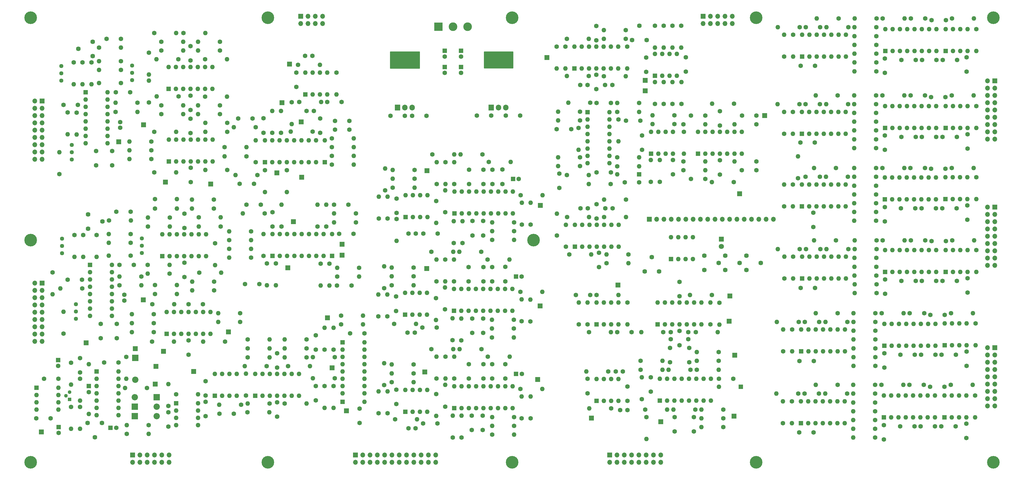
<source format=gts>
G04 #@! TF.GenerationSoftware,KiCad,Pcbnew,(5.1.7-0-10_14)*
G04 #@! TF.CreationDate,2020-12-06T20:50:18+11:00*
G04 #@! TF.ProjectId,Boom-1,426f6f6d-2d31-42e6-9b69-6361645f7063,rev?*
G04 #@! TF.SameCoordinates,Original*
G04 #@! TF.FileFunction,Soldermask,Top*
G04 #@! TF.FilePolarity,Negative*
%FSLAX46Y46*%
G04 Gerber Fmt 4.6, Leading zero omitted, Abs format (unit mm)*
G04 Created by KiCad (PCBNEW (5.1.7-0-10_14)) date 2020-12-06 20:50:18*
%MOMM*%
%LPD*%
G01*
G04 APERTURE LIST*
%ADD10O,1.700000X1.700000*%
%ADD11R,1.700000X1.700000*%
%ADD12C,1.600000*%
%ADD13O,1.600000X1.600000*%
%ADD14R,1.600000X1.600000*%
%ADD15C,3.000000*%
%ADD16R,3.000000X3.000000*%
%ADD17C,4.400000*%
%ADD18C,1.620000*%
%ADD19C,1.800000*%
%ADD20R,1.800000X1.800000*%
%ADD21R,2.200000X2.200000*%
%ADD22O,2.200000X2.200000*%
%ADD23C,1.300000*%
%ADD24R,1.300000X1.300000*%
%ADD25C,1.440000*%
%ADD26O,3.500000X3.500000*%
%ADD27R,1.905000X2.000000*%
%ADD28O,1.905000X2.000000*%
%ADD29C,0.254000*%
%ADD30C,0.100000*%
G04 APERTURE END LIST*
D10*
X293444400Y-107720200D03*
X290904400Y-107720200D03*
X288364400Y-107720200D03*
X285824400Y-107720200D03*
X283284400Y-107720200D03*
X280744400Y-107720200D03*
X278204400Y-107720200D03*
X275664400Y-107720200D03*
X273124400Y-107720200D03*
X270584400Y-107720200D03*
X268044400Y-107720200D03*
X265504400Y-107720200D03*
X262964400Y-107720200D03*
X260424400Y-107720200D03*
X257884400Y-107720200D03*
X255344400Y-107720200D03*
X252804400Y-107720200D03*
D11*
X250264400Y-107720200D03*
D12*
X361036000Y-128348000D03*
X361036000Y-133348000D03*
D13*
X165370000Y-167240000D03*
X172990000Y-174860000D03*
X167910000Y-167240000D03*
X170450000Y-174860000D03*
X170450000Y-167240000D03*
X167910000Y-174860000D03*
X172990000Y-167240000D03*
D14*
X165370000Y-174860000D03*
D13*
X303344000Y-95616000D03*
X318584000Y-103236000D03*
X305884000Y-95616000D03*
X316044000Y-103236000D03*
X308424000Y-95616000D03*
X313504000Y-103236000D03*
X310964000Y-95616000D03*
X310964000Y-103236000D03*
X313504000Y-95616000D03*
X308424000Y-103236000D03*
X316044000Y-95616000D03*
X305884000Y-103236000D03*
X318584000Y-95616000D03*
D14*
X303344000Y-103236000D03*
D12*
X156158000Y-107518000D03*
D13*
X156158000Y-99898000D03*
D14*
X83040000Y-87572000D03*
D13*
X98280000Y-79952000D03*
X85580000Y-87572000D03*
X95740000Y-79952000D03*
X88120000Y-87572000D03*
X93200000Y-79952000D03*
X90660000Y-87572000D03*
X90660000Y-79952000D03*
X93200000Y-87572000D03*
X88120000Y-79952000D03*
X95740000Y-87572000D03*
X85580000Y-79952000D03*
X98280000Y-87572000D03*
X83040000Y-79952000D03*
D14*
X303394000Y-77924000D03*
D13*
X318634000Y-70304000D03*
X305934000Y-77924000D03*
X316094000Y-70304000D03*
X308474000Y-77924000D03*
X313554000Y-70304000D03*
X311014000Y-77924000D03*
X311014000Y-70304000D03*
X313554000Y-77924000D03*
X308474000Y-70304000D03*
X316094000Y-77924000D03*
X305934000Y-70304000D03*
X318634000Y-77924000D03*
X303394000Y-70304000D03*
D10*
X367960000Y-79820000D03*
X370500000Y-79820000D03*
X367960000Y-77280000D03*
X370500000Y-77280000D03*
X367960000Y-74740000D03*
X370500000Y-74740000D03*
X367960000Y-72200000D03*
X370500000Y-72200000D03*
X367960000Y-69660000D03*
X370500000Y-69660000D03*
X367960000Y-67120000D03*
X370500000Y-67120000D03*
X367960000Y-64580000D03*
X370500000Y-64580000D03*
X367960000Y-62040000D03*
X370500000Y-62040000D03*
X367960000Y-59500000D03*
D11*
X370500000Y-59500000D03*
D10*
X367960000Y-172820000D03*
X370500000Y-172820000D03*
X367960000Y-170280000D03*
X370500000Y-170280000D03*
X367960000Y-167740000D03*
X370500000Y-167740000D03*
X367960000Y-165200000D03*
X370500000Y-165200000D03*
X367960000Y-162660000D03*
X370500000Y-162660000D03*
X367960000Y-160120000D03*
X370500000Y-160120000D03*
X367960000Y-157580000D03*
X370500000Y-157580000D03*
X367960000Y-155040000D03*
X370500000Y-155040000D03*
X367960000Y-152500000D03*
D11*
X370500000Y-152500000D03*
D10*
X367960000Y-123820000D03*
X370500000Y-123820000D03*
X367960000Y-121280000D03*
X370500000Y-121280000D03*
X367960000Y-118740000D03*
X370500000Y-118740000D03*
X367960000Y-116200000D03*
X370500000Y-116200000D03*
X367960000Y-113660000D03*
X370500000Y-113660000D03*
X367960000Y-111120000D03*
X370500000Y-111120000D03*
X367960000Y-108580000D03*
X370500000Y-108580000D03*
X367960000Y-106040000D03*
X370500000Y-106040000D03*
X367960000Y-103500000D03*
D11*
X370500000Y-103500000D03*
D10*
X279160000Y-39540000D03*
X279160000Y-37000000D03*
X276620000Y-39540000D03*
X276620000Y-37000000D03*
X274080000Y-39540000D03*
X274080000Y-37000000D03*
X271540000Y-39540000D03*
X271540000Y-37000000D03*
X269000000Y-39540000D03*
D11*
X269000000Y-37000000D03*
D10*
X254280000Y-192540000D03*
X254280000Y-190000000D03*
X251740000Y-192540000D03*
X251740000Y-190000000D03*
X249200000Y-192540000D03*
X249200000Y-190000000D03*
X246660000Y-192540000D03*
X246660000Y-190000000D03*
X244120000Y-192540000D03*
X244120000Y-190000000D03*
X241580000Y-192540000D03*
X241580000Y-190000000D03*
X239040000Y-192540000D03*
X239040000Y-190000000D03*
X236500000Y-192540000D03*
D11*
X236500000Y-190000000D03*
D10*
X175940000Y-192540000D03*
X175940000Y-190000000D03*
X173400000Y-192540000D03*
X173400000Y-190000000D03*
X170860000Y-192540000D03*
X170860000Y-190000000D03*
X168320000Y-192540000D03*
X168320000Y-190000000D03*
X165780000Y-192540000D03*
X165780000Y-190000000D03*
X163240000Y-192540000D03*
X163240000Y-190000000D03*
X160700000Y-192540000D03*
X160700000Y-190000000D03*
X158160000Y-192540000D03*
X158160000Y-190000000D03*
X155620000Y-192540000D03*
X155620000Y-190000000D03*
X153080000Y-192540000D03*
X153080000Y-190000000D03*
X150540000Y-192540000D03*
X150540000Y-190000000D03*
X148000000Y-192540000D03*
D11*
X148000000Y-190000000D03*
D10*
X136620000Y-39540000D03*
X136620000Y-37000000D03*
X134080000Y-39540000D03*
X134080000Y-37000000D03*
X131540000Y-39540000D03*
X131540000Y-37000000D03*
X129000000Y-39540000D03*
D11*
X129000000Y-37000000D03*
D10*
X83200000Y-192540000D03*
X83200000Y-190000000D03*
X80660000Y-192540000D03*
X80660000Y-190000000D03*
X78120000Y-192540000D03*
X78120000Y-190000000D03*
X75580000Y-192540000D03*
X75580000Y-190000000D03*
X73040000Y-192540000D03*
X73040000Y-190000000D03*
X70500000Y-192540000D03*
D11*
X70500000Y-190000000D03*
D10*
X36460000Y-150320000D03*
X39000000Y-150320000D03*
X36460000Y-147780000D03*
X39000000Y-147780000D03*
X36460000Y-145240000D03*
X39000000Y-145240000D03*
X36460000Y-142700000D03*
X39000000Y-142700000D03*
X36460000Y-140160000D03*
X39000000Y-140160000D03*
X36460000Y-137620000D03*
X39000000Y-137620000D03*
X36460000Y-135080000D03*
X39000000Y-135080000D03*
X36460000Y-132540000D03*
X39000000Y-132540000D03*
X36460000Y-130000000D03*
D11*
X39000000Y-130000000D03*
D10*
X36460000Y-86820000D03*
X39000000Y-86820000D03*
X36460000Y-84280000D03*
X39000000Y-84280000D03*
X36460000Y-81740000D03*
X39000000Y-81740000D03*
X36460000Y-79200000D03*
X39000000Y-79200000D03*
X36460000Y-76660000D03*
X39000000Y-76660000D03*
X36460000Y-74120000D03*
X39000000Y-74120000D03*
X36460000Y-71580000D03*
X39000000Y-71580000D03*
X36460000Y-69040000D03*
X39000000Y-69040000D03*
X36460000Y-66500000D03*
D11*
X39000000Y-66500000D03*
D15*
X187060000Y-40600000D03*
X181980000Y-40600000D03*
D16*
X176900000Y-40600000D03*
D14*
X332052000Y-151856000D03*
D13*
X349832000Y-144236000D03*
X334592000Y-151856000D03*
X347292000Y-144236000D03*
X337132000Y-151856000D03*
X344752000Y-144236000D03*
X339672000Y-151856000D03*
X342212000Y-144236000D03*
X342212000Y-151856000D03*
X339672000Y-144236000D03*
X344752000Y-151856000D03*
X337132000Y-144236000D03*
X347292000Y-151856000D03*
X334592000Y-144236000D03*
X349832000Y-151856000D03*
X332052000Y-144236000D03*
D17*
X370000000Y-192500000D03*
X287500000Y-192500000D03*
X202500000Y-192500000D03*
X117500000Y-192500000D03*
X35000000Y-192500000D03*
X210000000Y-115000000D03*
X35000000Y-115000000D03*
X370000000Y-37500000D03*
X287500000Y-37500000D03*
X202500000Y-37500000D03*
X117500000Y-37500000D03*
X35000000Y-37500000D03*
D13*
X352968000Y-169228000D03*
X360588000Y-176848000D03*
X355508000Y-169228000D03*
X358048000Y-176848000D03*
X358048000Y-169228000D03*
X355508000Y-176848000D03*
X360588000Y-169228000D03*
D14*
X352968000Y-176848000D03*
D12*
X332248000Y-83554000D03*
X332248000Y-78554000D03*
X345138000Y-79024000D03*
X350138000Y-79024000D03*
X357298000Y-79024000D03*
X352298000Y-79024000D03*
X302858000Y-81034000D03*
X307858000Y-81034000D03*
X304668000Y-67654000D03*
X309668000Y-67654000D03*
X348348000Y-65194000D03*
X353348000Y-65194000D03*
X361008000Y-83114000D03*
X361008000Y-78114000D03*
X341188000Y-64554000D03*
X346188000Y-64554000D03*
X337978000Y-79024000D03*
X342978000Y-79024000D03*
D14*
X332360000Y-75904000D03*
D13*
X350140000Y-68284000D03*
X334900000Y-75904000D03*
X347600000Y-68284000D03*
X337440000Y-75904000D03*
X345060000Y-68284000D03*
X339980000Y-75904000D03*
X342520000Y-68284000D03*
X342520000Y-75904000D03*
X339980000Y-68284000D03*
X345060000Y-75904000D03*
X337440000Y-68284000D03*
X347600000Y-75904000D03*
X334900000Y-68284000D03*
X350140000Y-75904000D03*
X332360000Y-68284000D03*
X297198000Y-70304000D03*
D12*
X297198000Y-77924000D03*
D14*
X353378000Y-75914000D03*
D13*
X360998000Y-68294000D03*
X355918000Y-75914000D03*
X358458000Y-68294000D03*
X358458000Y-75914000D03*
X355918000Y-68294000D03*
X360998000Y-75914000D03*
X353378000Y-68294000D03*
D12*
X364118000Y-68284000D03*
D13*
X364118000Y-75904000D03*
X363148000Y-64554000D03*
D12*
X355528000Y-64554000D03*
D13*
X308188000Y-64564000D03*
D12*
X315808000Y-64564000D03*
X329238000Y-73744000D03*
D13*
X321618000Y-73744000D03*
X321618000Y-79864000D03*
D12*
X329238000Y-79864000D03*
D13*
X339028000Y-64574000D03*
D12*
X331408000Y-64574000D03*
D13*
X321608000Y-64564000D03*
D12*
X329228000Y-64564000D03*
D13*
X300268000Y-77924000D03*
D12*
X300268000Y-70304000D03*
X329238000Y-67624000D03*
D13*
X321618000Y-67624000D03*
D12*
X329238000Y-70684000D03*
D13*
X321618000Y-70684000D03*
D12*
X329238000Y-76804000D03*
D13*
X321618000Y-76804000D03*
D12*
X319448000Y-67654000D03*
D13*
X311828000Y-67654000D03*
D12*
X302498000Y-67654000D03*
D13*
X294878000Y-67654000D03*
X321618000Y-82934000D03*
D12*
X329238000Y-82934000D03*
X331948000Y-184516000D03*
X331948000Y-179516000D03*
X349728000Y-179966000D03*
X344728000Y-179966000D03*
X356888000Y-179966000D03*
X351888000Y-179966000D03*
X307478000Y-182056000D03*
X302478000Y-182056000D03*
X309308000Y-168576000D03*
X304308000Y-168576000D03*
X352998000Y-166136000D03*
X347998000Y-166136000D03*
X360588000Y-179056000D03*
X360588000Y-184056000D03*
X345828000Y-165506000D03*
X340828000Y-165506000D03*
X342568000Y-179966000D03*
X337568000Y-179966000D03*
D13*
X363678000Y-176856000D03*
D12*
X363678000Y-169236000D03*
X355178000Y-165496000D03*
D13*
X362798000Y-165496000D03*
D12*
X315848000Y-165506000D03*
D13*
X308228000Y-165506000D03*
D12*
X328868000Y-174706000D03*
D13*
X321248000Y-174706000D03*
X321238000Y-180826000D03*
D12*
X328858000Y-180826000D03*
X331048000Y-165506000D03*
D13*
X338668000Y-165506000D03*
X321248000Y-165506000D03*
D12*
X328868000Y-165506000D03*
D13*
X299878000Y-178856000D03*
D12*
X299878000Y-171236000D03*
D13*
X321248000Y-168576000D03*
D12*
X328868000Y-168576000D03*
X328868000Y-171646000D03*
D13*
X321248000Y-171646000D03*
D12*
X328868000Y-177766000D03*
D13*
X321248000Y-177766000D03*
D12*
X319088000Y-168576000D03*
D13*
X311468000Y-168576000D03*
D12*
X302148000Y-168576000D03*
D13*
X294528000Y-168576000D03*
X321238000Y-183886000D03*
D12*
X328858000Y-183886000D03*
D13*
X296808000Y-171236000D03*
D12*
X296808000Y-178856000D03*
D14*
X331948000Y-176858000D03*
D13*
X349728000Y-169238000D03*
X334488000Y-176858000D03*
X347188000Y-169238000D03*
X337028000Y-176858000D03*
X344648000Y-169238000D03*
X339568000Y-176858000D03*
X342108000Y-169238000D03*
X342108000Y-176858000D03*
X339568000Y-169238000D03*
X344648000Y-176858000D03*
X337028000Y-169238000D03*
X347188000Y-176858000D03*
X334488000Y-169238000D03*
X349728000Y-176858000D03*
X331948000Y-169238000D03*
X302998000Y-171216000D03*
X318238000Y-178836000D03*
X305538000Y-171216000D03*
X315698000Y-178836000D03*
X308078000Y-171216000D03*
X313158000Y-178836000D03*
X310618000Y-171216000D03*
X310618000Y-178836000D03*
X313158000Y-171216000D03*
X308078000Y-178836000D03*
X315698000Y-171216000D03*
X305538000Y-178836000D03*
X318238000Y-171216000D03*
D14*
X302998000Y-178836000D03*
D13*
X257860000Y-114036000D03*
X265480000Y-121656000D03*
X260400000Y-114036000D03*
X262940000Y-121656000D03*
X262940000Y-114036000D03*
X260400000Y-121656000D03*
X265480000Y-114036000D03*
D14*
X257860000Y-121656000D03*
D18*
X269390000Y-120476000D03*
X274390000Y-122976000D03*
X269390000Y-125476000D03*
D19*
X275380000Y-117206000D03*
D20*
X275380000Y-114666000D03*
D18*
X276730000Y-125486000D03*
X281730000Y-122986000D03*
X276730000Y-120486000D03*
X284070000Y-120486000D03*
X289070000Y-122986000D03*
X284070000Y-125486000D03*
D11*
X214606000Y-51370000D03*
D12*
X226260000Y-60906000D03*
X228760000Y-60906000D03*
X226342000Y-103950000D03*
X228842000Y-103950000D03*
X237410000Y-60906000D03*
X234910000Y-60906000D03*
X234992000Y-103940000D03*
X237492000Y-103940000D03*
X231830000Y-57396000D03*
X231830000Y-62396000D03*
X231840000Y-45336000D03*
X231840000Y-40336000D03*
X232732000Y-119470000D03*
X232732000Y-124470000D03*
X231912000Y-107470000D03*
X231912000Y-102470000D03*
X247750000Y-83536000D03*
X247750000Y-78536000D03*
X274812000Y-87140000D03*
X274812000Y-92140000D03*
X274812000Y-75100000D03*
X274812000Y-70100000D03*
X218960000Y-96856000D03*
X218960000Y-91856000D03*
X236890000Y-67216000D03*
X231890000Y-67216000D03*
X242170000Y-73376000D03*
X247170000Y-73376000D03*
X264750000Y-71566000D03*
X269750000Y-71566000D03*
X282522000Y-71570000D03*
X287522000Y-71570000D03*
X269730000Y-93736000D03*
X264730000Y-93736000D03*
X282502000Y-90660000D03*
X287502000Y-90660000D03*
X242570000Y-47586000D03*
D13*
X242570000Y-55206000D03*
X234552000Y-100860000D03*
D12*
X242172000Y-100860000D03*
X229200000Y-57836000D03*
D13*
X221580000Y-57836000D03*
X229292000Y-107020000D03*
D12*
X221672000Y-107020000D03*
D13*
X242080000Y-57846000D03*
D12*
X234460000Y-57846000D03*
X234552000Y-107020000D03*
D13*
X242172000Y-107020000D03*
X221090000Y-55176000D03*
D12*
X221090000Y-47556000D03*
X221232000Y-117340000D03*
D13*
X221232000Y-109720000D03*
D12*
X218116000Y-113420000D03*
D13*
X218116000Y-105800000D03*
X218000000Y-55176000D03*
D12*
X218000000Y-47556000D03*
X221580000Y-44886000D03*
D13*
X229200000Y-44886000D03*
D12*
X236820000Y-95446000D03*
D13*
X229200000Y-95446000D03*
D12*
X262330000Y-77296000D03*
D13*
X262330000Y-84916000D03*
D12*
X262120000Y-90676000D03*
D13*
X269740000Y-90676000D03*
D12*
X262122000Y-74640000D03*
D13*
X269742000Y-74640000D03*
D12*
X287522000Y-74640000D03*
D13*
X279902000Y-74640000D03*
X272140000Y-67446000D03*
D12*
X279760000Y-67446000D03*
X279670000Y-94796000D03*
D13*
X272050000Y-94796000D03*
X269732000Y-87600000D03*
D12*
X262112000Y-87600000D03*
D13*
X279882000Y-87590000D03*
D12*
X287502000Y-87590000D03*
D18*
X244320000Y-45286000D03*
X246820000Y-40286000D03*
X249320000Y-45286000D03*
X248666000Y-125930000D03*
X251166000Y-120930000D03*
X253666000Y-125930000D03*
D11*
X248842000Y-62972000D03*
X290442000Y-71560000D03*
X281660000Y-98886000D03*
D13*
X236436400Y-70398200D03*
X228816400Y-88178200D03*
X236436400Y-72938200D03*
X228816400Y-85638200D03*
X236436400Y-75478200D03*
X228816400Y-83098200D03*
X236436400Y-78018200D03*
X228816400Y-80558200D03*
X236436400Y-80558200D03*
X228816400Y-78018200D03*
X236436400Y-83098200D03*
X228816400Y-75478200D03*
X236436400Y-85638200D03*
X228816400Y-72938200D03*
X236436400Y-88178200D03*
D14*
X228816400Y-70398200D03*
D13*
X224210000Y-47546000D03*
X239450000Y-55166000D03*
X226750000Y-47546000D03*
X236910000Y-55166000D03*
X229290000Y-47546000D03*
X234370000Y-55166000D03*
X231830000Y-47546000D03*
X231830000Y-55166000D03*
X234370000Y-47546000D03*
X229290000Y-55166000D03*
X236910000Y-47546000D03*
X226750000Y-55166000D03*
X239450000Y-47546000D03*
D14*
X224210000Y-55166000D03*
D12*
X258530000Y-92076000D03*
X258530000Y-87076000D03*
X241730000Y-94886000D03*
X246730000Y-94886000D03*
D11*
X248842000Y-59292000D03*
D13*
X225690000Y-83536000D03*
D12*
X225690000Y-75916000D03*
X226150000Y-70226000D03*
D13*
X218530000Y-70226000D03*
D12*
X229710000Y-67146000D03*
D13*
X222090000Y-67146000D03*
D14*
X252262000Y-57682000D03*
D13*
X259882000Y-50062000D03*
X254802000Y-57682000D03*
X257342000Y-50062000D03*
X257342000Y-57682000D03*
X254802000Y-50062000D03*
X259882000Y-57682000D03*
X252262000Y-50062000D03*
D12*
X218070000Y-76366000D03*
X223070000Y-76366000D03*
D14*
X224352000Y-117320000D03*
D13*
X239592000Y-109700000D03*
X226892000Y-117320000D03*
X237052000Y-109700000D03*
X229432000Y-117320000D03*
X234512000Y-109700000D03*
X231972000Y-117320000D03*
X231972000Y-109700000D03*
X234512000Y-117320000D03*
X229432000Y-109700000D03*
X237052000Y-117320000D03*
X226892000Y-109700000D03*
X239592000Y-117320000D03*
X224352000Y-109700000D03*
D12*
X236930000Y-91386000D03*
X231930000Y-91386000D03*
D14*
X267202000Y-84920000D03*
D13*
X282442000Y-77300000D03*
X269742000Y-84920000D03*
X279902000Y-77300000D03*
X272282000Y-84920000D03*
X277362000Y-77300000D03*
X274822000Y-84920000D03*
X274822000Y-77300000D03*
X277362000Y-84920000D03*
X272282000Y-77300000D03*
X279902000Y-84920000D03*
X269742000Y-77300000D03*
X282442000Y-84920000D03*
X267202000Y-77300000D03*
X250880000Y-77236000D03*
X258500000Y-84856000D03*
X253420000Y-77236000D03*
X255960000Y-84856000D03*
X255960000Y-77236000D03*
X253420000Y-84856000D03*
X258500000Y-77236000D03*
D14*
X250880000Y-84856000D03*
D12*
X262982000Y-56312000D03*
X262982000Y-51312000D03*
X249152000Y-56372000D03*
X249152000Y-51372000D03*
D14*
X246720000Y-92076000D03*
D13*
X239100000Y-92076000D03*
X230092000Y-120000000D03*
D12*
X222472000Y-120000000D03*
X242100000Y-41816000D03*
D13*
X234480000Y-41816000D03*
X242982000Y-123050000D03*
D12*
X235362000Y-123050000D03*
X242090000Y-44886000D03*
D13*
X234470000Y-44886000D03*
X235372000Y-119990000D03*
D12*
X242992000Y-119990000D03*
X252222000Y-40232000D03*
D13*
X252222000Y-47852000D03*
X229220000Y-92326000D03*
D12*
X221600000Y-92326000D03*
D13*
X261412000Y-47852000D03*
D12*
X261412000Y-40232000D03*
D13*
X258342000Y-47852000D03*
D12*
X258342000Y-40232000D03*
D13*
X255282000Y-47852000D03*
D12*
X255282000Y-40232000D03*
X226140000Y-73286000D03*
D13*
X218520000Y-73286000D03*
D12*
X226140000Y-89236000D03*
D13*
X218520000Y-89236000D03*
D12*
X226140000Y-86166000D03*
D13*
X218520000Y-86166000D03*
X261442000Y-59892000D03*
D12*
X261442000Y-67512000D03*
X258352000Y-67512000D03*
D13*
X258352000Y-59892000D03*
X255272000Y-59902000D03*
D12*
X255272000Y-67522000D03*
D13*
X251350000Y-71506000D03*
D12*
X258970000Y-71506000D03*
X253890000Y-94696000D03*
D13*
X253890000Y-87076000D03*
X251350000Y-74576000D03*
D12*
X258970000Y-74576000D03*
X250830000Y-94696000D03*
D13*
X250830000Y-87076000D03*
D12*
X252212000Y-67522000D03*
D13*
X252212000Y-59902000D03*
D12*
X239530000Y-72916000D03*
D13*
X239530000Y-80536000D03*
X246720000Y-86166000D03*
D12*
X239100000Y-86166000D03*
X239080000Y-70296000D03*
D13*
X246700000Y-70296000D03*
D12*
X239100000Y-89256000D03*
D13*
X246720000Y-89256000D03*
X239080000Y-67216000D03*
D12*
X246700000Y-67216000D03*
X135750000Y-77630000D03*
X135750000Y-72630000D03*
D13*
X125500000Y-77170000D03*
D12*
X133120000Y-77170000D03*
X161480000Y-144226000D03*
D13*
X169100000Y-144226000D03*
D11*
X230160000Y-177118000D03*
D14*
X231940000Y-144418000D03*
D13*
X239560000Y-136798000D03*
X234480000Y-144418000D03*
X237020000Y-136798000D03*
X237020000Y-144418000D03*
X234480000Y-136798000D03*
X239560000Y-144418000D03*
X231940000Y-136798000D03*
D12*
X239110000Y-147088000D03*
X244110000Y-147088000D03*
X224720000Y-134128000D03*
X229720000Y-134128000D03*
X228810000Y-144438000D03*
D13*
X228810000Y-136818000D03*
X225720000Y-136808000D03*
D12*
X225720000Y-144428000D03*
X229320000Y-147088000D03*
D13*
X236940000Y-147088000D03*
X242680000Y-144398000D03*
D12*
X242680000Y-136778000D03*
D13*
X239540000Y-134138000D03*
D12*
X231920000Y-134138000D03*
D11*
X239356000Y-130680000D03*
X254250000Y-178360000D03*
D13*
X256480000Y-174118000D03*
D12*
X248860000Y-174118000D03*
X235960000Y-160798000D03*
D13*
X228340000Y-160798000D03*
D14*
X253970000Y-170988000D03*
D13*
X271750000Y-163368000D03*
X256510000Y-170988000D03*
X269210000Y-163368000D03*
X259050000Y-170988000D03*
X266670000Y-163368000D03*
X261590000Y-170988000D03*
X264130000Y-163368000D03*
X264130000Y-170988000D03*
X261590000Y-163368000D03*
X266670000Y-170988000D03*
X259050000Y-163368000D03*
X269210000Y-170988000D03*
X256510000Y-163368000D03*
X271750000Y-170988000D03*
X253970000Y-163368000D03*
X353078000Y-144062000D03*
X360698000Y-151682000D03*
X355618000Y-144062000D03*
X358158000Y-151682000D03*
X358158000Y-144062000D03*
X355618000Y-151682000D03*
X360698000Y-144062000D03*
D14*
X353078000Y-151682000D03*
D12*
X360702000Y-158896000D03*
X360702000Y-153896000D03*
X353082000Y-141136000D03*
X348082000Y-141136000D03*
X360718000Y-56264000D03*
X360718000Y-51264000D03*
D13*
X321698000Y-43874000D03*
D12*
X329318000Y-43874000D03*
D13*
X182396000Y-155706000D03*
D12*
X182396000Y-163326000D03*
X162236000Y-172216000D03*
X162236000Y-167216000D03*
D13*
X179316000Y-163326000D03*
D12*
X179316000Y-155706000D03*
X174420000Y-119126000D03*
D13*
X182040000Y-119126000D03*
D14*
X165310000Y-141016000D03*
D13*
X172930000Y-133396000D03*
X167850000Y-141016000D03*
X170390000Y-133396000D03*
X170390000Y-141016000D03*
X167850000Y-133396000D03*
X172930000Y-141016000D03*
X165310000Y-133396000D03*
D12*
X166446000Y-180626000D03*
X168946000Y-180626000D03*
X176566000Y-178946000D03*
X171566000Y-178946000D03*
X161776000Y-177546000D03*
D13*
X169396000Y-177546000D03*
D12*
X176608000Y-112738000D03*
X171608000Y-112738000D03*
X44660000Y-163340000D03*
X39660000Y-163340000D03*
D13*
X93240000Y-171950000D03*
X85620000Y-179570000D03*
X93240000Y-174490000D03*
X85620000Y-177030000D03*
X93240000Y-177030000D03*
X85620000Y-174490000D03*
X93240000Y-179570000D03*
D14*
X85620000Y-171950000D03*
D12*
X137870000Y-110270000D03*
D13*
X137870000Y-102650000D03*
D12*
X149270000Y-124695000D03*
D13*
X141650000Y-124695000D03*
X111715000Y-115045000D03*
D12*
X104095000Y-115045000D03*
X104070000Y-118120000D03*
D13*
X111690000Y-118120000D03*
D12*
X111720000Y-121170000D03*
D13*
X104100000Y-121170000D03*
X104100000Y-111945000D03*
D12*
X111720000Y-111945000D03*
D13*
X44635000Y-166470000D03*
X37015000Y-174090000D03*
X44635000Y-169010000D03*
X37015000Y-171550000D03*
X44635000Y-171550000D03*
X37015000Y-169010000D03*
X44635000Y-174090000D03*
D14*
X37015000Y-166470000D03*
D11*
X143345000Y-116470000D03*
D12*
X59335000Y-144220000D03*
X59335000Y-149220000D03*
D13*
X91100000Y-100895000D03*
D12*
X98720000Y-100895000D03*
X98720000Y-103995000D03*
D13*
X91100000Y-103995000D03*
D12*
X101120000Y-110295000D03*
D13*
X93500000Y-110295000D03*
X75720000Y-126735000D03*
D12*
X83340000Y-126735000D03*
D13*
X85873600Y-100743000D03*
D12*
X78253600Y-100743000D03*
X78253600Y-104045000D03*
D13*
X85873600Y-104045000D03*
X83440000Y-110295000D03*
D12*
X75820000Y-110295000D03*
X98820000Y-132595000D03*
D13*
X91200000Y-132595000D03*
X91200000Y-129495000D03*
D12*
X98820000Y-129495000D03*
X99200000Y-116140000D03*
D13*
X99200000Y-123760000D03*
X101240000Y-126395000D03*
D12*
X93620000Y-126395000D03*
X78220000Y-133795000D03*
D13*
X85840000Y-133795000D03*
X85840000Y-130695000D03*
D12*
X78220000Y-130695000D03*
X75740000Y-123635000D03*
D13*
X83360000Y-123635000D03*
D12*
X83420000Y-107195000D03*
D13*
X75800000Y-107195000D03*
D12*
X88520000Y-127895000D03*
X88520000Y-122895000D03*
X88500000Y-105780000D03*
X88500000Y-110780000D03*
D13*
X80820000Y-112975000D03*
X96060000Y-120595000D03*
X83360000Y-112975000D03*
X93520000Y-120595000D03*
X85900000Y-112975000D03*
X90980000Y-120595000D03*
X88440000Y-112975000D03*
X88440000Y-120595000D03*
X90980000Y-112975000D03*
X85900000Y-120595000D03*
X93520000Y-112975000D03*
X83360000Y-120595000D03*
X96060000Y-112975000D03*
D14*
X80820000Y-120595000D03*
D13*
X101140000Y-107095000D03*
D12*
X93520000Y-107095000D03*
X146620000Y-130895000D03*
X141620000Y-130895000D03*
X117220000Y-123195000D03*
D13*
X117220000Y-130815000D03*
X140525000Y-108845000D03*
D12*
X148145000Y-108845000D03*
D13*
X82310000Y-140075000D03*
X97550000Y-147695000D03*
X84850000Y-140075000D03*
X95010000Y-147695000D03*
X87390000Y-140075000D03*
X92470000Y-147695000D03*
X89930000Y-140075000D03*
X89930000Y-147695000D03*
X92470000Y-140075000D03*
X87390000Y-147695000D03*
X95010000Y-140075000D03*
X84850000Y-147695000D03*
X97550000Y-140075000D03*
D14*
X82310000Y-147695000D03*
D12*
X41960000Y-177190000D03*
X36960000Y-177190000D03*
D13*
X83028900Y-54644800D03*
X98268900Y-62264800D03*
X85568900Y-54644800D03*
X95728900Y-62264800D03*
X88108900Y-54644800D03*
X93188900Y-62264800D03*
X90648900Y-54644800D03*
X90648900Y-62264800D03*
X93188900Y-54644800D03*
X88108900Y-62264800D03*
X95728900Y-54644800D03*
X85568900Y-62264800D03*
X98268900Y-54644800D03*
D14*
X83028900Y-62264800D03*
D13*
X124155600Y-98249200D03*
D12*
X124155600Y-90629200D03*
D14*
X116548300Y-87898700D03*
D13*
X134328300Y-80278700D03*
X119088300Y-87898700D03*
X131788300Y-80278700D03*
X121628300Y-87898700D03*
X129248300Y-80278700D03*
X124168300Y-87898700D03*
X126708300Y-80278700D03*
X126708300Y-87898700D03*
X124168300Y-80278700D03*
X129248300Y-87898700D03*
X121628300Y-80278700D03*
X131788300Y-87898700D03*
X119088300Y-80278700D03*
X134328300Y-87898700D03*
X116548300Y-80278700D03*
D11*
X129160000Y-73800000D03*
D12*
X143225600Y-66885800D03*
X138225600Y-66885800D03*
X77007500Y-86746500D03*
D13*
X69387500Y-86746500D03*
D12*
X116027600Y-77573600D03*
X116027600Y-72573600D03*
X112747200Y-95404400D03*
X107747200Y-95404400D03*
X107239200Y-72646000D03*
X112239200Y-72646000D03*
X145930000Y-73450000D03*
X140930000Y-73450000D03*
X140934800Y-76511600D03*
X145934800Y-76511600D03*
D13*
X137376300Y-80278700D03*
D14*
X137376300Y-87898700D03*
D12*
X113335200Y-87886000D03*
D13*
X113335200Y-80266000D03*
D12*
X116548300Y-90692700D03*
D13*
X116548300Y-98312700D03*
X119075600Y-70004400D03*
D12*
X119075600Y-77624400D03*
D13*
X106261300Y-92356400D03*
D12*
X113881300Y-92356400D03*
X113335200Y-75694000D03*
D13*
X105715200Y-75694000D03*
X147408000Y-88703600D03*
D12*
X139788000Y-88703600D03*
X139788000Y-79559600D03*
D13*
X147408000Y-79559600D03*
D12*
X139788000Y-85655600D03*
D13*
X147408000Y-85655600D03*
X147408000Y-82607600D03*
D12*
X139788000Y-82607600D03*
X122123600Y-77624400D03*
D13*
X122123600Y-70004400D03*
X102464000Y-85803200D03*
D12*
X110084000Y-85803200D03*
X125790000Y-66950000D03*
D13*
X125790000Y-74570000D03*
X110084000Y-82602800D03*
D12*
X102464000Y-82602800D03*
D11*
X122410000Y-67080000D03*
X120675000Y-91600000D03*
X129286400Y-93118400D03*
D13*
X88045400Y-68043300D03*
D12*
X80425400Y-68043300D03*
X80425400Y-71091300D03*
D13*
X88045400Y-71091300D03*
X93252400Y-45881800D03*
D12*
X100872400Y-45881800D03*
D13*
X130605600Y-56598800D03*
X138225600Y-64218800D03*
X133145600Y-56598800D03*
X135685600Y-64218800D03*
X135685600Y-56598800D03*
X133145600Y-64218800D03*
X138225600Y-56598800D03*
D14*
X130605600Y-64218800D03*
D13*
X165412000Y-99372000D03*
X173032000Y-106992000D03*
X167952000Y-99372000D03*
X170492000Y-106992000D03*
X170492000Y-99372000D03*
X167952000Y-106992000D03*
X173032000Y-99372000D03*
D14*
X165412000Y-106992000D03*
D12*
X162288000Y-100518000D03*
X162288000Y-105518000D03*
X127456000Y-56577200D03*
X127456000Y-61577200D03*
X100872400Y-48929800D03*
D13*
X93252400Y-48929800D03*
D12*
X168598000Y-90558000D03*
D13*
X160978000Y-90558000D03*
D12*
X159218000Y-107518000D03*
D13*
X159218000Y-99898000D03*
X93252400Y-71091300D03*
D12*
X100872400Y-71091300D03*
X100872400Y-68043300D03*
D13*
X93252400Y-68043300D03*
D12*
X90648900Y-69630800D03*
X90648900Y-64630800D03*
X90648900Y-47422300D03*
X90648900Y-52422300D03*
X44700000Y-182220000D03*
D14*
X44700000Y-180220000D03*
D12*
X70910000Y-123695000D03*
X65910000Y-123695000D03*
X47888400Y-128795000D03*
X52888400Y-128795000D03*
X69810000Y-105095000D03*
X64810000Y-105095000D03*
X60580000Y-157670000D03*
X65580000Y-157670000D03*
D14*
X44560000Y-156880000D03*
D12*
X44560000Y-158880000D03*
X90660000Y-94811000D03*
X90660000Y-89811000D03*
X90650000Y-72729500D03*
X90650000Y-77729500D03*
X61430000Y-44810000D03*
X66430000Y-44810000D03*
X89910000Y-154995000D03*
X89910000Y-149995000D03*
X94910000Y-137410000D03*
X89910000Y-137410000D03*
X52130000Y-156170000D03*
X52130000Y-161170000D03*
X64985000Y-149220000D03*
X64985000Y-144220000D03*
X67548000Y-134113800D03*
X67548000Y-136113800D03*
X95890000Y-176450000D03*
X95890000Y-171450000D03*
X82940000Y-175040000D03*
X82940000Y-180040000D03*
X63355000Y-83969000D03*
X63355000Y-88969000D03*
X57767000Y-83969000D03*
X57767000Y-88969000D03*
X105650000Y-175550000D03*
X100650000Y-175550000D03*
X66149000Y-75856000D03*
X66149000Y-73856000D03*
X95900000Y-169250000D03*
X95900000Y-164250000D03*
X64780000Y-180470000D03*
D14*
X62780000Y-180470000D03*
D12*
X69625000Y-63442000D03*
X64625000Y-63442000D03*
X46410000Y-67890000D03*
X51410000Y-67890000D03*
X120740000Y-176550000D03*
X120740000Y-171550000D03*
X120740000Y-154450000D03*
X120740000Y-159450000D03*
X151180000Y-147510000D03*
X146180000Y-147510000D03*
X109570000Y-130345000D03*
X114570000Y-130345000D03*
X110108000Y-102645000D03*
X115108000Y-102645000D03*
X149430000Y-173770000D03*
X149430000Y-178770000D03*
X134200000Y-148200000D03*
X134200000Y-153200000D03*
X134200000Y-165900000D03*
X134200000Y-170900000D03*
X119170000Y-110295000D03*
X119170000Y-105295000D03*
X140520000Y-102645000D03*
X145520000Y-102645000D03*
X142320000Y-112870000D03*
X147320000Y-112870000D03*
X133495600Y-70000800D03*
X130995600Y-70000800D03*
X133004000Y-50807600D03*
X130504000Y-50807600D03*
X168988000Y-112728000D03*
X166488000Y-112728000D03*
X168640000Y-147306000D03*
X166140000Y-147306000D03*
X332278000Y-56724000D03*
X332278000Y-51724000D03*
X350208000Y-52184000D03*
X345208000Y-52184000D03*
X192280000Y-181277000D03*
X192280000Y-176277000D03*
X187476000Y-163306000D03*
X187476000Y-158306000D03*
X352418000Y-52184000D03*
X357418000Y-52184000D03*
X188480000Y-181277000D03*
X188480000Y-176277000D03*
X200176000Y-158326000D03*
X200176000Y-163326000D03*
X332052000Y-154516000D03*
X332052000Y-159516000D03*
X302978000Y-54284000D03*
X307978000Y-54284000D03*
X304758000Y-40764000D03*
X309758000Y-40764000D03*
X349832000Y-154966000D03*
X344832000Y-154966000D03*
X351992000Y-154966000D03*
X356992000Y-154966000D03*
X348468000Y-38334000D03*
X353468000Y-38334000D03*
X192536000Y-163336000D03*
X192536000Y-158336000D03*
X195596000Y-163326000D03*
X195596000Y-158326000D03*
X346298000Y-37694000D03*
X341298000Y-37694000D03*
X343038000Y-52184000D03*
X338038000Y-52184000D03*
X205896000Y-161646000D03*
D14*
X203896000Y-161646000D03*
D12*
X192498000Y-108388000D03*
X192498000Y-113388000D03*
X187548000Y-90458000D03*
X187548000Y-95458000D03*
X187420000Y-124406000D03*
X187420000Y-129406000D03*
X192470000Y-142356000D03*
X192470000Y-147356000D03*
X188738000Y-108388000D03*
X188738000Y-113388000D03*
X199138000Y-95438000D03*
X199138000Y-90438000D03*
X200130000Y-129386000D03*
X200130000Y-124386000D03*
X188680000Y-142356000D03*
X188680000Y-147356000D03*
X162190000Y-134716000D03*
X162190000Y-139716000D03*
X171280000Y-145476000D03*
X176280000Y-145476000D03*
X192520000Y-124406000D03*
X192520000Y-129406000D03*
X195580000Y-124396000D03*
X195580000Y-129396000D03*
X192588000Y-90458000D03*
X192588000Y-95458000D03*
X195678000Y-90448000D03*
X195678000Y-95448000D03*
X307522000Y-157216000D03*
X302522000Y-157216000D03*
X309412000Y-143566000D03*
X304412000Y-143566000D03*
X204858000Y-93708000D03*
D14*
X202858000Y-93708000D03*
D12*
X205870000Y-127756000D03*
D14*
X203870000Y-127756000D03*
D12*
X345922000Y-140496000D03*
X340922000Y-140496000D03*
X342662000Y-154966000D03*
X337662000Y-154966000D03*
X341176000Y-89880000D03*
X346176000Y-89880000D03*
X337866000Y-103950000D03*
X342866000Y-103950000D03*
X341326000Y-115078000D03*
X346326000Y-115078000D03*
X337976000Y-129248000D03*
X342976000Y-129248000D03*
X332266000Y-103520000D03*
X332266000Y-108520000D03*
X332346000Y-128788000D03*
X332346000Y-133788000D03*
X350036000Y-103950000D03*
X345036000Y-103950000D03*
X350146000Y-129248000D03*
X345146000Y-129248000D03*
X352196000Y-103950000D03*
X357196000Y-103950000D03*
X352316000Y-129248000D03*
X357316000Y-129248000D03*
X302966000Y-131688000D03*
X307966000Y-131688000D03*
X304776000Y-118168000D03*
X309776000Y-118168000D03*
X307370000Y-110450000D03*
X307370000Y-105450000D03*
X304616000Y-92960000D03*
X309616000Y-92960000D03*
X264180000Y-157608000D03*
X264180000Y-152608000D03*
X257490000Y-152608000D03*
X257490000Y-157608000D03*
X250770000Y-162888000D03*
X250770000Y-167888000D03*
X265820000Y-176738000D03*
X265820000Y-181738000D03*
X260800000Y-151658000D03*
X260800000Y-146658000D03*
X260820000Y-129620000D03*
X260820000Y-134620000D03*
X228800000Y-168418000D03*
X228800000Y-163418000D03*
X242650000Y-166118000D03*
X242650000Y-171118000D03*
X259090000Y-181728000D03*
X259090000Y-176728000D03*
X274510000Y-163348000D03*
X279510000Y-163348000D03*
X257740000Y-149618000D03*
X257740000Y-147118000D03*
X263870000Y-149608000D03*
X263870000Y-147108000D03*
X348506000Y-115398000D03*
X353506000Y-115398000D03*
X348336000Y-90120000D03*
X353336000Y-90120000D03*
X360946000Y-107910000D03*
X360946000Y-102910000D03*
X238580000Y-160808000D03*
X241080000Y-160808000D03*
X240170000Y-174268000D03*
X242670000Y-174268000D03*
D14*
X179090000Y-49024000D03*
D12*
X179090000Y-51024000D03*
D14*
X184760000Y-49014000D03*
D12*
X184760000Y-51014000D03*
X179080000Y-56664000D03*
D14*
X179080000Y-54664000D03*
D12*
X184770000Y-56684000D03*
D14*
X184770000Y-54684000D03*
D12*
X172738000Y-71660000D03*
X167738000Y-71660000D03*
X160188000Y-71670000D03*
X165188000Y-71670000D03*
X190296000Y-71616000D03*
X195296000Y-71616000D03*
X205346000Y-71616000D03*
X200346000Y-71616000D03*
D14*
X55230000Y-165914000D03*
D13*
X55230000Y-158294000D03*
D21*
X78830000Y-169820000D03*
D22*
X71210000Y-169820000D03*
D21*
X71205000Y-176395000D03*
D22*
X78825000Y-176395000D03*
X78825000Y-173120000D03*
D21*
X71205000Y-173120000D03*
D22*
X71430000Y-163690000D03*
D21*
X71430000Y-156070000D03*
D13*
X151170000Y-171400000D03*
D14*
X143550000Y-171400000D03*
D13*
X139870000Y-112953000D03*
D14*
X139870000Y-120573000D03*
X282120000Y-166168000D03*
D13*
X274500000Y-166168000D03*
D23*
X47260000Y-169300000D03*
X48530000Y-168030000D03*
D24*
X48530000Y-170570000D03*
D13*
X52130000Y-180790000D03*
D12*
X52130000Y-173170000D03*
D13*
X62190000Y-120495000D03*
D12*
X69810000Y-120495000D03*
X62210000Y-108195000D03*
D13*
X69830000Y-108195000D03*
D12*
X49030000Y-173170000D03*
D13*
X49030000Y-180790000D03*
X62190000Y-115995000D03*
D12*
X69810000Y-115995000D03*
X66429000Y-60235000D03*
D13*
X58809000Y-60235000D03*
D12*
X69810000Y-112895000D03*
D13*
X62190000Y-112895000D03*
D12*
X58809000Y-47916000D03*
D13*
X66429000Y-47916000D03*
X49030000Y-165440000D03*
D12*
X49030000Y-157820000D03*
D13*
X46410000Y-139975000D03*
D12*
X46410000Y-147595000D03*
D13*
X58809000Y-55663000D03*
D12*
X66429000Y-55663000D03*
D13*
X42610000Y-133915000D03*
D12*
X42610000Y-126295000D03*
X65910000Y-130795000D03*
D13*
X73530000Y-130795000D03*
D12*
X66429000Y-52615000D03*
D13*
X58809000Y-52615000D03*
X65890000Y-127695000D03*
D12*
X73510000Y-127695000D03*
D13*
X44940000Y-84397000D03*
D12*
X44940000Y-92017000D03*
X47860000Y-70540000D03*
D13*
X47860000Y-78160000D03*
X72118000Y-70300000D03*
D12*
X64498000Y-70300000D03*
X72118000Y-67125000D03*
D13*
X64498000Y-67125000D03*
D12*
X55230000Y-168070000D03*
D13*
X55230000Y-175690000D03*
X100630000Y-172450000D03*
D12*
X108250000Y-172450000D03*
D13*
X52130000Y-170990000D03*
D12*
X52130000Y-163370000D03*
D13*
X109950000Y-161630000D03*
D12*
X109950000Y-169250000D03*
X110450000Y-175100000D03*
D13*
X118070000Y-175100000D03*
X50210000Y-120915000D03*
D12*
X50210000Y-113295000D03*
X53310000Y-113295000D03*
D13*
X53310000Y-120915000D03*
X57910000Y-120915000D03*
D12*
X57910000Y-113295000D03*
D13*
X45290000Y-131895000D03*
D12*
X52910000Y-131895000D03*
X68430000Y-182620000D03*
D13*
X76050000Y-182620000D03*
D12*
X123400000Y-172000000D03*
D13*
X131020000Y-172000000D03*
X110480000Y-172000000D03*
D12*
X118100000Y-172000000D03*
X53011000Y-53081000D03*
D13*
X53011000Y-60701000D03*
D12*
X75430000Y-166620000D03*
D13*
X67810000Y-166620000D03*
X68410000Y-179545000D03*
D12*
X76030000Y-179545000D03*
D13*
X68230000Y-163390000D03*
D12*
X68230000Y-155770000D03*
D13*
X49963000Y-60701000D03*
D12*
X49963000Y-53081000D03*
X56130000Y-53080000D03*
D13*
X56130000Y-60700000D03*
D12*
X50960000Y-70550000D03*
D13*
X50960000Y-78170000D03*
X70190000Y-143995000D03*
D12*
X77810000Y-143995000D03*
D13*
X70190000Y-147095000D03*
D12*
X77810000Y-147095000D03*
D13*
X70190000Y-140895000D03*
D12*
X77810000Y-140895000D03*
D13*
X94990000Y-150395000D03*
D12*
X102610000Y-150395000D03*
X77235000Y-150395000D03*
D13*
X84855000Y-150395000D03*
X88045400Y-48929800D03*
D12*
X80425400Y-48929800D03*
X80425400Y-45881800D03*
D13*
X88045400Y-45881800D03*
X85581600Y-42808400D03*
D12*
X77961600Y-42808400D03*
X77007500Y-83698500D03*
D13*
X69387500Y-83698500D03*
X69324000Y-80650500D03*
D12*
X76944000Y-80650500D03*
X107880000Y-143595000D03*
D13*
X100260000Y-143595000D03*
D12*
X131000000Y-152800000D03*
D13*
X123380000Y-152800000D03*
X123380000Y-155900000D03*
D12*
X131000000Y-155900000D03*
X131000000Y-149700000D03*
D13*
X123380000Y-149700000D03*
D12*
X82920000Y-172870000D03*
D13*
X82920000Y-165250000D03*
X100260000Y-140495000D03*
D12*
X107880000Y-140495000D03*
X77960000Y-77285000D03*
D13*
X85580000Y-77285000D03*
X95803500Y-90556500D03*
D12*
X103423500Y-90556500D03*
X78023500Y-91382000D03*
D13*
X85643500Y-91382000D03*
X95803500Y-77285000D03*
D12*
X103423500Y-77285000D03*
X86410000Y-51990000D03*
D13*
X78790000Y-51990000D03*
X95741600Y-42808400D03*
D12*
X88121600Y-42808400D03*
D13*
X76120000Y-57250000D03*
D12*
X76120000Y-49630000D03*
D13*
X120320000Y-130815000D03*
D12*
X120320000Y-123195000D03*
X122270000Y-110295000D03*
D13*
X122270000Y-102675000D03*
D12*
X124600000Y-159000000D03*
D13*
X132220000Y-159000000D03*
X108838000Y-105741800D03*
D12*
X116458000Y-105741800D03*
D13*
X93230000Y-168790000D03*
D12*
X85610000Y-168790000D03*
D13*
X76110000Y-59430000D03*
D12*
X76110000Y-67050000D03*
X77310000Y-137395000D03*
D13*
X84930000Y-137395000D03*
X150640000Y-144430000D03*
D12*
X143020000Y-144430000D03*
D13*
X95803500Y-74173500D03*
D12*
X103423500Y-74173500D03*
D13*
X118120000Y-152800000D03*
D12*
X110500000Y-152800000D03*
X110500000Y-155900000D03*
D13*
X118120000Y-155900000D03*
X118120000Y-149700000D03*
D12*
X110500000Y-149700000D03*
X95728900Y-51977800D03*
D13*
X103348900Y-51977800D03*
D12*
X95728900Y-64995300D03*
D13*
X103348900Y-64995300D03*
D12*
X86480000Y-64930000D03*
D13*
X78860000Y-64930000D03*
D12*
X117150000Y-159000000D03*
D13*
X109530000Y-159000000D03*
X140400000Y-145580000D03*
D12*
X140400000Y-153200000D03*
X140400000Y-165900000D03*
D13*
X140400000Y-173520000D03*
D12*
X137300000Y-153200000D03*
D13*
X137300000Y-145580000D03*
X137300000Y-173520000D03*
D12*
X137300000Y-165900000D03*
D13*
X134770000Y-102650000D03*
D12*
X134770000Y-110270000D03*
X135870000Y-123245000D03*
D13*
X135870000Y-130865000D03*
D12*
X140850000Y-155850000D03*
D13*
X133230000Y-155850000D03*
X133230000Y-163250000D03*
D12*
X140850000Y-163250000D03*
D13*
X138970000Y-130865000D03*
D12*
X138970000Y-123245000D03*
X115970000Y-120573000D03*
D13*
X115970000Y-112953000D03*
D12*
X128415600Y-66889300D03*
D13*
X136035600Y-66889300D03*
X141375200Y-64218800D03*
D12*
X141375200Y-56598800D03*
D13*
X135634800Y-53906400D03*
D12*
X128014800Y-53906400D03*
X159153000Y-175402000D03*
D13*
X159153000Y-167782000D03*
D12*
X157976000Y-165596000D03*
D13*
X157976000Y-157976000D03*
D12*
X156053000Y-175402000D03*
D13*
X156053000Y-167782000D03*
X162288000Y-115318000D03*
D12*
X162288000Y-107698000D03*
X168228000Y-158419000D03*
D13*
X160608000Y-158419000D03*
X160606000Y-161496000D03*
D12*
X168226000Y-161496000D03*
D13*
X205856000Y-169576000D03*
D12*
X205856000Y-177196000D03*
X160603000Y-164569000D03*
D13*
X168223000Y-164569000D03*
D12*
X195590000Y-182873000D03*
D13*
X203210000Y-182873000D03*
D12*
X176246000Y-163326000D03*
D13*
X176246000Y-155706000D03*
X156000000Y-133976000D03*
D12*
X156000000Y-141596000D03*
D13*
X364118000Y-49074000D03*
D12*
X364118000Y-41454000D03*
D13*
X176116000Y-176326000D03*
D12*
X176116000Y-168706000D03*
X355648000Y-37704000D03*
D13*
X363268000Y-37704000D03*
X158368000Y-90098000D03*
D12*
X158368000Y-97718000D03*
X159090000Y-141596000D03*
D13*
X159090000Y-133976000D03*
X157970000Y-124166000D03*
D12*
X157970000Y-131786000D03*
X205406000Y-166966000D03*
D13*
X213026000Y-166966000D03*
D12*
X179216000Y-173116000D03*
D13*
X179216000Y-165496000D03*
X363792000Y-151686000D03*
D12*
X363792000Y-144066000D03*
X203190000Y-179823000D03*
D13*
X195570000Y-179823000D03*
X208936000Y-169576000D03*
D12*
X208936000Y-177196000D03*
X355242000Y-140486000D03*
D13*
X362862000Y-140486000D03*
X184284000Y-153085000D03*
D12*
X191904000Y-153085000D03*
X174454000Y-153085000D03*
D13*
X182074000Y-153085000D03*
D12*
X181900000Y-183893000D03*
D13*
X181900000Y-176273000D03*
X160978000Y-93628000D03*
D12*
X168598000Y-93628000D03*
D13*
X160620000Y-127676000D03*
D12*
X168240000Y-127676000D03*
X168240000Y-124606000D03*
D13*
X160620000Y-124606000D03*
X308548000Y-37704000D03*
D12*
X316168000Y-37704000D03*
D13*
X184950000Y-176273000D03*
D12*
X184950000Y-183893000D03*
X329318000Y-46944000D03*
D13*
X321698000Y-46944000D03*
X321688000Y-53094000D03*
D12*
X329308000Y-53094000D03*
X205918000Y-109638000D03*
D13*
X205918000Y-102018000D03*
X205840000Y-135726000D03*
D12*
X205840000Y-143346000D03*
X331488000Y-37694000D03*
D13*
X339108000Y-37694000D03*
D12*
X329328000Y-37694000D03*
D13*
X321708000Y-37694000D03*
D12*
X300318000Y-43424000D03*
D13*
X300318000Y-51044000D03*
D12*
X315862000Y-140496000D03*
D13*
X308242000Y-140496000D03*
D12*
X160978000Y-96708000D03*
D13*
X168598000Y-96708000D03*
D12*
X160630000Y-130746000D03*
D13*
X168250000Y-130746000D03*
X321698000Y-40784000D03*
D12*
X329318000Y-40784000D03*
D13*
X321352000Y-149696000D03*
D12*
X328972000Y-149696000D03*
D13*
X321352000Y-155826000D03*
D12*
X328972000Y-155826000D03*
D13*
X203188000Y-114968000D03*
D12*
X195568000Y-114968000D03*
X179348000Y-87828000D03*
D13*
X179348000Y-95448000D03*
X176258000Y-87828000D03*
D12*
X176258000Y-95448000D03*
X176190000Y-129396000D03*
D13*
X176190000Y-121776000D03*
X179250000Y-129396000D03*
D12*
X179250000Y-121776000D03*
X195550000Y-148966000D03*
D13*
X203170000Y-148966000D03*
X321698000Y-49994000D03*
D12*
X329318000Y-49994000D03*
X319528000Y-40784000D03*
D13*
X311908000Y-40784000D03*
D12*
X331142000Y-140496000D03*
D13*
X338762000Y-140496000D03*
X321362000Y-140496000D03*
D12*
X328982000Y-140496000D03*
X302598000Y-40774000D03*
D13*
X294978000Y-40774000D03*
D12*
X299952000Y-146226000D03*
D13*
X299952000Y-153846000D03*
D12*
X194066000Y-155706000D03*
D13*
X201686000Y-155706000D03*
X195566000Y-176736000D03*
D12*
X203186000Y-176736000D03*
D13*
X321362000Y-143566000D03*
D12*
X328982000Y-143566000D03*
X328972000Y-146626000D03*
D13*
X321352000Y-146626000D03*
X176148000Y-109038000D03*
D12*
X176148000Y-101418000D03*
D13*
X176060000Y-142866000D03*
D12*
X176060000Y-135246000D03*
X179140000Y-139206000D03*
D13*
X179140000Y-131586000D03*
X321688000Y-56164000D03*
D12*
X329308000Y-56164000D03*
D13*
X213088000Y-99398000D03*
D12*
X205468000Y-99398000D03*
D13*
X297218000Y-43424000D03*
D12*
X297218000Y-51044000D03*
X205380000Y-133106000D03*
D13*
X213000000Y-133106000D03*
D12*
X328972000Y-152766000D03*
D13*
X321352000Y-152766000D03*
D12*
X179248000Y-105258000D03*
D13*
X179248000Y-97638000D03*
D12*
X319202000Y-143566000D03*
D13*
X311582000Y-143566000D03*
D12*
X302242000Y-143566000D03*
D13*
X294622000Y-143566000D03*
X195558000Y-111898000D03*
D12*
X203178000Y-111898000D03*
X182418000Y-95438000D03*
D13*
X182418000Y-87818000D03*
X182320000Y-121776000D03*
D12*
X182320000Y-129396000D03*
X203160000Y-145886000D03*
D13*
X195540000Y-145886000D03*
D12*
X208988000Y-109648000D03*
D13*
X208988000Y-102028000D03*
X208930000Y-135736000D03*
D12*
X208930000Y-143356000D03*
D13*
X321352000Y-158886000D03*
D12*
X328972000Y-158886000D03*
D13*
X296892000Y-146226000D03*
D12*
X296892000Y-153846000D03*
X192218000Y-85188000D03*
D13*
X184598000Y-85188000D03*
X184200000Y-119126000D03*
D12*
X191820000Y-119126000D03*
D13*
X182418000Y-85188000D03*
D12*
X174798000Y-85188000D03*
D13*
X182208000Y-108408000D03*
D12*
X182208000Y-116028000D03*
X181780000Y-149956000D03*
D13*
X181780000Y-142336000D03*
D12*
X185298000Y-116018000D03*
D13*
X185298000Y-108398000D03*
X184880000Y-142346000D03*
D12*
X184880000Y-149966000D03*
D13*
X201610000Y-121786000D03*
D12*
X193990000Y-121786000D03*
D13*
X201988000Y-87808000D03*
D12*
X194368000Y-87808000D03*
X203178000Y-108838000D03*
D13*
X195558000Y-108838000D03*
X195520000Y-142816000D03*
D12*
X203140000Y-142816000D03*
X364046000Y-93100000D03*
D13*
X364046000Y-100720000D03*
D12*
X364106000Y-118498000D03*
D13*
X364106000Y-126118000D03*
X363136000Y-89900000D03*
D12*
X355516000Y-89900000D03*
D13*
X363296000Y-115078000D03*
D12*
X355676000Y-115078000D03*
D13*
X266830000Y-157148000D03*
D12*
X274450000Y-157148000D03*
X247210000Y-160248000D03*
D13*
X254830000Y-160248000D03*
D12*
X249280000Y-176748000D03*
D13*
X249280000Y-184368000D03*
X254840000Y-157148000D03*
D12*
X247220000Y-157148000D03*
X276070000Y-177188000D03*
D13*
X268450000Y-177188000D03*
X307646000Y-89890000D03*
D12*
X315266000Y-89890000D03*
X247660000Y-170508000D03*
D13*
X247660000Y-162888000D03*
X266840000Y-154068000D03*
D12*
X274460000Y-154068000D03*
D13*
X274430000Y-160228000D03*
D12*
X266810000Y-160228000D03*
D13*
X307596000Y-115098000D03*
D12*
X315216000Y-115098000D03*
X329216000Y-99090000D03*
D13*
X321596000Y-99090000D03*
X321606000Y-105230000D03*
D12*
X329226000Y-105230000D03*
X329326000Y-124308000D03*
D13*
X321706000Y-124308000D03*
X321716000Y-130428000D03*
D12*
X329336000Y-130428000D03*
D13*
X268430000Y-180268000D03*
D12*
X276050000Y-180268000D03*
X264640000Y-160238000D03*
D13*
X257020000Y-160238000D03*
X321596000Y-89890000D03*
D12*
X329216000Y-89890000D03*
X331376000Y-89890000D03*
D13*
X338996000Y-89890000D03*
X300216000Y-103260000D03*
D12*
X300216000Y-95640000D03*
D13*
X268440000Y-174108000D03*
D12*
X276060000Y-174108000D03*
D13*
X339136000Y-115088000D03*
D12*
X331516000Y-115088000D03*
D13*
X321726000Y-115088000D03*
D12*
X329346000Y-115088000D03*
D13*
X300356000Y-128448000D03*
D12*
X300356000Y-120828000D03*
X329216000Y-96030000D03*
D13*
X321596000Y-96030000D03*
D12*
X329216000Y-92950000D03*
D13*
X321596000Y-92950000D03*
D12*
X329336000Y-118158000D03*
D13*
X321716000Y-118158000D03*
X321706000Y-121238000D03*
D12*
X329326000Y-121238000D03*
D13*
X258640000Y-174108000D03*
D12*
X266260000Y-174108000D03*
X329226000Y-102160000D03*
D13*
X321606000Y-102160000D03*
D12*
X266490000Y-147118000D03*
D13*
X274110000Y-147118000D03*
X311796000Y-92960000D03*
D12*
X319416000Y-92960000D03*
D13*
X321706000Y-127368000D03*
D12*
X329326000Y-127368000D03*
X301990000Y-93416000D03*
D13*
X301990000Y-85796000D03*
X311926000Y-118168000D03*
D12*
X319546000Y-118168000D03*
D13*
X294986000Y-118168000D03*
D12*
X302606000Y-118168000D03*
D13*
X229410000Y-173728000D03*
D12*
X237030000Y-173728000D03*
D13*
X321606000Y-108290000D03*
D12*
X329226000Y-108290000D03*
D13*
X297156000Y-95650000D03*
D12*
X297156000Y-103270000D03*
X255110000Y-147118000D03*
D13*
X247490000Y-147118000D03*
D12*
X329336000Y-133498000D03*
D13*
X321716000Y-133498000D03*
D12*
X297286000Y-128448000D03*
D13*
X297286000Y-120828000D03*
D12*
X271570000Y-144448000D03*
D13*
X271570000Y-136828000D03*
X274640000Y-144458000D03*
D12*
X274640000Y-136838000D03*
X272010000Y-134168000D03*
D13*
X264390000Y-134168000D03*
X149265000Y-127770000D03*
D12*
X141645000Y-127770000D03*
X148145000Y-105720000D03*
D13*
X140525000Y-105720000D03*
X150640000Y-141330000D03*
D12*
X143020000Y-141330000D03*
D25*
X73690000Y-114420000D03*
X73690000Y-116960000D03*
X73690000Y-119500000D03*
X70290000Y-54160000D03*
X70290000Y-56700000D03*
X70290000Y-59240000D03*
D18*
X54940000Y-111050000D03*
X59940000Y-108550000D03*
X54940000Y-106050000D03*
X56570000Y-45830000D03*
X51570000Y-48330000D03*
X56570000Y-50830000D03*
X59830000Y-178820000D03*
X57330000Y-183820000D03*
X54830000Y-178820000D03*
D25*
X50710000Y-142495000D03*
X50710000Y-139955000D03*
X50710000Y-137415000D03*
X45910000Y-119595000D03*
X45910000Y-117055000D03*
X45910000Y-114515000D03*
X49258000Y-86937000D03*
X49258000Y-84397000D03*
X49258000Y-81857000D03*
X45619600Y-54300200D03*
X45619600Y-56840200D03*
X45619600Y-59380200D03*
D11*
X38740000Y-181940000D03*
X54270000Y-150880000D03*
X78340000Y-165280000D03*
X78580000Y-159050000D03*
X71420000Y-152850000D03*
X138300000Y-142150000D03*
X91700000Y-160800000D03*
X65641000Y-80714000D03*
X74277000Y-74808500D03*
X103850000Y-147000000D03*
X81185000Y-153795000D03*
X97600000Y-95450000D03*
X81871600Y-94836400D03*
X126395000Y-108595000D03*
X124495000Y-124720000D03*
X74180000Y-135850000D03*
X143345000Y-120270000D03*
X139850000Y-159550000D03*
X144920000Y-174520000D03*
X125050000Y-53610000D03*
X172166000Y-160996000D03*
X172790000Y-124916000D03*
X211426000Y-163610000D03*
X172888000Y-90838000D03*
X212280000Y-137946000D03*
X212348000Y-102898000D03*
X279980000Y-155128000D03*
X279760000Y-176428000D03*
X278030000Y-143328000D03*
X278336000Y-134550000D03*
D14*
X54084000Y-63442000D03*
D13*
X61704000Y-81222000D03*
X54084000Y-65982000D03*
X61704000Y-78682000D03*
X54084000Y-68522000D03*
X61704000Y-76142000D03*
X54084000Y-71062000D03*
X61704000Y-73602000D03*
X54084000Y-73602000D03*
X61704000Y-71062000D03*
X54084000Y-76142000D03*
X61704000Y-68522000D03*
X54084000Y-78682000D03*
X61704000Y-65982000D03*
X54084000Y-81222000D03*
X61704000Y-63442000D03*
X63230000Y-123699800D03*
X55610000Y-141479800D03*
X63230000Y-126239800D03*
X55610000Y-138939800D03*
X63230000Y-128779800D03*
X55610000Y-136399800D03*
X63230000Y-131319800D03*
X55610000Y-133859800D03*
X63230000Y-133859800D03*
X55610000Y-131319800D03*
X63230000Y-136399800D03*
X55610000Y-128779800D03*
X63230000Y-138939800D03*
X55610000Y-126239800D03*
X63230000Y-141479800D03*
D14*
X55610000Y-123699800D03*
X57930000Y-160834000D03*
D13*
X65550000Y-176074000D03*
X57930000Y-163374000D03*
X65550000Y-173534000D03*
X57930000Y-165914000D03*
X65550000Y-170994000D03*
X57930000Y-168454000D03*
X65550000Y-168454000D03*
X57930000Y-170994000D03*
X65550000Y-165914000D03*
X57930000Y-173534000D03*
X65550000Y-163374000D03*
X57930000Y-176074000D03*
X65550000Y-160834000D03*
D14*
X99100000Y-169272400D03*
D13*
X106720000Y-161652400D03*
X101640000Y-169272400D03*
X104180000Y-161652400D03*
X104180000Y-169272400D03*
X101640000Y-161652400D03*
X106720000Y-169272400D03*
X99100000Y-161652400D03*
X119114800Y-112953000D03*
X136894800Y-120573000D03*
X121654800Y-112953000D03*
X134354800Y-120573000D03*
X124194800Y-112953000D03*
X131814800Y-120573000D03*
X126734800Y-112953000D03*
X129274800Y-120573000D03*
X129274800Y-112953000D03*
X126734800Y-120573000D03*
X131814800Y-112953000D03*
X124194800Y-120573000D03*
X134354800Y-112953000D03*
X121654800Y-120573000D03*
X136894800Y-112953000D03*
D14*
X119114800Y-120573000D03*
D13*
X151175600Y-150682000D03*
X143555600Y-168462000D03*
X151175600Y-153222000D03*
X143555600Y-165922000D03*
X151175600Y-155762000D03*
X143555600Y-163382000D03*
X151175600Y-158302000D03*
X143555600Y-160842000D03*
X151175600Y-160842000D03*
X143555600Y-158302000D03*
X151175600Y-163382000D03*
X143555600Y-155762000D03*
X151175600Y-165922000D03*
X143555600Y-153222000D03*
X151175600Y-168462000D03*
D14*
X143555600Y-150682000D03*
D13*
X182430000Y-98102000D03*
X202750000Y-105722000D03*
X184970000Y-98102000D03*
X200210000Y-105722000D03*
X187510000Y-98102000D03*
X197670000Y-105722000D03*
X190050000Y-98102000D03*
X195130000Y-105722000D03*
X192590000Y-98102000D03*
X192590000Y-105722000D03*
X195130000Y-98102000D03*
X190050000Y-105722000D03*
X197670000Y-98102000D03*
X187510000Y-105722000D03*
X200210000Y-98102000D03*
X184970000Y-105722000D03*
X202750000Y-98102000D03*
D14*
X182430000Y-105722000D03*
D13*
X182332000Y-132056000D03*
X202652000Y-139676000D03*
X184872000Y-132056000D03*
X200112000Y-139676000D03*
X187412000Y-132056000D03*
X197572000Y-139676000D03*
X189952000Y-132056000D03*
X195032000Y-139676000D03*
X192492000Y-132056000D03*
X192492000Y-139676000D03*
X195032000Y-132056000D03*
X189952000Y-139676000D03*
X197572000Y-132056000D03*
X187412000Y-139676000D03*
X200112000Y-132056000D03*
X184872000Y-139676000D03*
X202652000Y-132056000D03*
D14*
X182332000Y-139676000D03*
D13*
X182398000Y-165972000D03*
X202718000Y-173592000D03*
X184938000Y-165972000D03*
X200178000Y-173592000D03*
X187478000Y-165972000D03*
X197638000Y-173592000D03*
X190018000Y-165972000D03*
X195098000Y-173592000D03*
X192558000Y-165972000D03*
X192558000Y-173592000D03*
X195098000Y-165972000D03*
X190018000Y-173592000D03*
X197638000Y-165972000D03*
X187478000Y-173592000D03*
X200178000Y-165972000D03*
X184938000Y-173592000D03*
X202718000Y-165972000D03*
D14*
X182398000Y-173592000D03*
D13*
X332378000Y-41434000D03*
X350158000Y-49054000D03*
X334918000Y-41434000D03*
X347618000Y-49054000D03*
X337458000Y-41434000D03*
X345078000Y-49054000D03*
X339998000Y-41434000D03*
X342538000Y-49054000D03*
X342538000Y-41434000D03*
X339998000Y-49054000D03*
X345078000Y-41434000D03*
X337458000Y-49054000D03*
X347618000Y-41434000D03*
X334918000Y-49054000D03*
X350158000Y-41434000D03*
D14*
X332378000Y-49054000D03*
D13*
X332256000Y-93200000D03*
X350036000Y-100820000D03*
X334796000Y-93200000D03*
X347496000Y-100820000D03*
X337336000Y-93200000D03*
X344956000Y-100820000D03*
X339876000Y-93200000D03*
X342416000Y-100820000D03*
X342416000Y-93200000D03*
X339876000Y-100820000D03*
X344956000Y-93200000D03*
X337336000Y-100820000D03*
X347496000Y-93200000D03*
X334796000Y-100820000D03*
X350036000Y-93200000D03*
D14*
X332256000Y-100820000D03*
D13*
X332346000Y-118498000D03*
X350126000Y-126118000D03*
X334886000Y-118498000D03*
X347586000Y-126118000D03*
X337426000Y-118498000D03*
X345046000Y-126118000D03*
X339966000Y-118498000D03*
X342506000Y-126118000D03*
X342506000Y-118498000D03*
X339966000Y-126118000D03*
X345046000Y-118498000D03*
X337426000Y-126118000D03*
X347586000Y-118498000D03*
X334886000Y-126118000D03*
X350126000Y-118498000D03*
D14*
X332346000Y-126118000D03*
D13*
X113120000Y-161678400D03*
X128360000Y-169298400D03*
X115660000Y-161678400D03*
X125820000Y-169298400D03*
X118200000Y-161678400D03*
X123280000Y-169298400D03*
X120740000Y-161678400D03*
X120740000Y-169298400D03*
X123280000Y-161678400D03*
X118200000Y-169298400D03*
X125820000Y-161678400D03*
X115660000Y-169298400D03*
X128360000Y-161678400D03*
D14*
X113120000Y-169298400D03*
D13*
X303448000Y-43414000D03*
X318688000Y-51034000D03*
X305988000Y-43414000D03*
X316148000Y-51034000D03*
X308528000Y-43414000D03*
X313608000Y-51034000D03*
X311068000Y-43414000D03*
X311068000Y-51034000D03*
X313608000Y-43414000D03*
X308528000Y-51034000D03*
X316148000Y-43414000D03*
X305988000Y-51034000D03*
X318688000Y-43414000D03*
D14*
X303448000Y-51034000D03*
D13*
X353398000Y-41434000D03*
X361018000Y-49054000D03*
X355938000Y-41434000D03*
X358478000Y-49054000D03*
X358478000Y-41434000D03*
X355938000Y-49054000D03*
X361018000Y-41434000D03*
D14*
X353398000Y-49054000D03*
D13*
X303088000Y-146214000D03*
X318328000Y-153834000D03*
X305628000Y-146214000D03*
X315788000Y-153834000D03*
X308168000Y-146214000D03*
X313248000Y-153834000D03*
X310708000Y-146214000D03*
X310708000Y-153834000D03*
X313248000Y-146214000D03*
X308168000Y-153834000D03*
X315788000Y-146214000D03*
X305628000Y-153834000D03*
X318328000Y-146214000D03*
D14*
X303088000Y-153834000D03*
X353328000Y-100694000D03*
D13*
X360948000Y-93074000D03*
X355868000Y-100694000D03*
X358408000Y-93074000D03*
X358408000Y-100694000D03*
X355868000Y-93074000D03*
X360948000Y-100694000D03*
X353328000Y-93074000D03*
D14*
X253190000Y-144438000D03*
D13*
X268430000Y-136818000D03*
X255730000Y-144438000D03*
X265890000Y-136818000D03*
X258270000Y-144438000D03*
X263350000Y-136818000D03*
X260810000Y-144438000D03*
X260810000Y-136818000D03*
X263350000Y-144438000D03*
X258270000Y-136818000D03*
X265890000Y-144438000D03*
X255730000Y-136818000D03*
X268430000Y-144438000D03*
X253190000Y-136818000D03*
D14*
X231923400Y-171072200D03*
D13*
X239543400Y-163452200D03*
X234463400Y-171072200D03*
X237003400Y-163452200D03*
X237003400Y-171072200D03*
X234463400Y-163452200D03*
X239543400Y-171072200D03*
X231923400Y-163452200D03*
D14*
X303484000Y-128438000D03*
D13*
X318724000Y-120818000D03*
X306024000Y-128438000D03*
X316184000Y-120818000D03*
X308564000Y-128438000D03*
X313644000Y-120818000D03*
X311104000Y-128438000D03*
X311104000Y-120818000D03*
X313644000Y-128438000D03*
X308564000Y-120818000D03*
X316184000Y-128438000D03*
X306024000Y-120818000D03*
X318724000Y-128438000D03*
X303484000Y-120818000D03*
X353376000Y-118498000D03*
X360996000Y-126118000D03*
X355916000Y-118498000D03*
X358456000Y-126118000D03*
X358456000Y-118498000D03*
X355916000Y-126118000D03*
X360996000Y-118498000D03*
D14*
X353376000Y-126118000D03*
D26*
X165195400Y-52165400D03*
D27*
X162655400Y-68825400D03*
D28*
X165195400Y-68825400D03*
X167735400Y-68825400D03*
X200333400Y-68791400D03*
X197793400Y-68791400D03*
D27*
X195253400Y-68791400D03*
D26*
X197793400Y-52131400D03*
D29*
X170253000Y-55053000D02*
X160158301Y-55053000D01*
X160158301Y-49307000D01*
X170253000Y-49307000D01*
X170253000Y-55053000D01*
D30*
G36*
X170253000Y-55053000D02*
G01*
X160158301Y-55053000D01*
X160158301Y-49307000D01*
X170253000Y-49307000D01*
X170253000Y-55053000D01*
G37*
D29*
X202829090Y-55043000D02*
X192768979Y-55043000D01*
X192768979Y-49297000D01*
X202829090Y-49297000D01*
X202829090Y-55043000D01*
D30*
G36*
X202829090Y-55043000D02*
G01*
X192768979Y-55043000D01*
X192768979Y-49297000D01*
X202829090Y-49297000D01*
X202829090Y-55043000D01*
G37*
M02*

</source>
